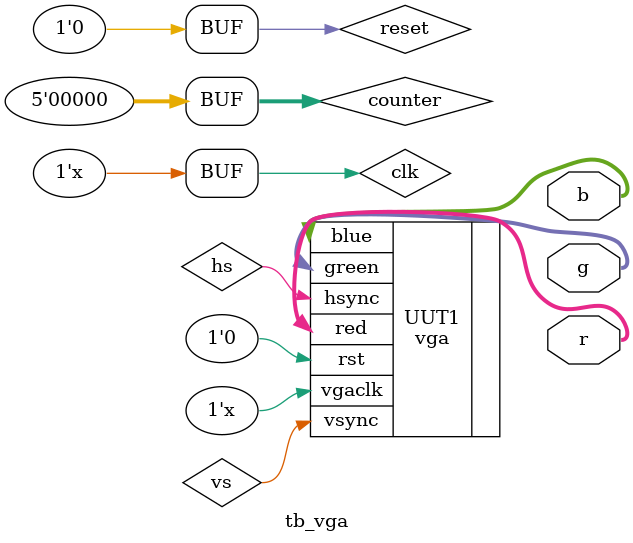
<source format=sv>
module tb_vga(r, g, b);
	
	reg clk=0;           //input pixel clock: how fast should this be? // megaclock / 2
	reg reset=1'b0;              //synchronous reset
	logic hs;			//horizontal sync out
	logic vs;			//vertical sync out
	output reg [3:0] r;	//red vga output
	output reg [3:0] g; //green vga output
	output reg [3:0] b;
	reg [4:0] counter=4'b0;
	
	vga UUT1(.vgaclk(clk),           //input pixel clock: how fast should this be? // megaclock / 2
		.rst(reset),              //synchronous reset
		.hsync(hs),			//horizontal sync out
		.vsync(vs),			//vertical sync out
		.red(r),	//red vga output
		.green(g), //green vga output
		.blue(b)	//blue vga output);
	);
	
	always
	begin 
		#5 
		clk = ~clk;
		//counter=counter+1;
	end

	/*
	initial
	begin
		if(counter >= 4'b1111) begin
			reset = 1'b1;
			#10
			reset = 1'b0;
			counter = 4'b0;
		end
	end
	*/
	
endmodule

</source>
